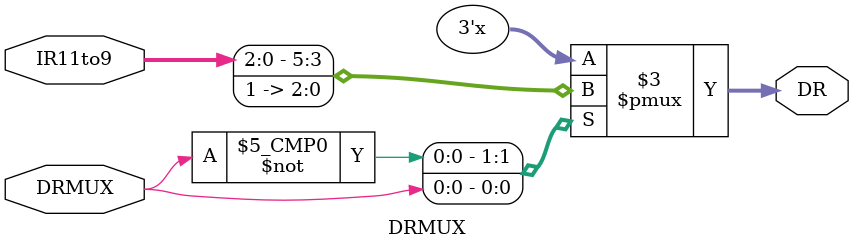
<source format=v>
`timescale 1ns / 1ps


module DRMUX(
    input [2:0] IR11to9,
    input DRMUX,
    output reg [2:0] DR
    );

    initial DR = 0;

    always @(*) begin
        case (DRMUX)
        2'b00: DR = IR11to9;
        2'b01: DR = 3'b111;
        2'b10: DR = 3'b110;
        default: DR = 3'b000;
        endcase
    end

endmodule

</source>
